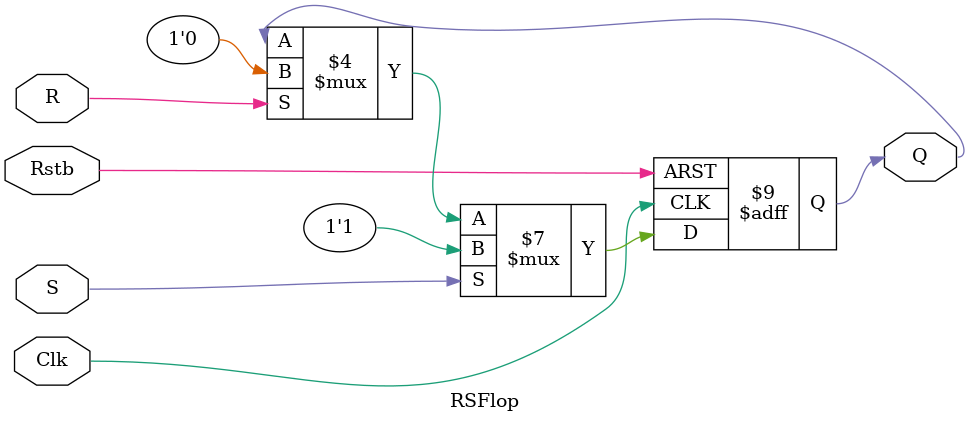
<source format=v>
`timescale 1ns / 1ps
/*********************************************************************************
* File: RSFlop.v
*
* The RS Flop is synchronous module with active low reset used to configure the 
* output Q based on 2 input signals. 

***********************************************************************************
* Reset- Set Flop: 

                 R  S  |      Q
               =====================
                 0  0  |      Q(i-1) 
                 0  1  |      1
                 1  0  |      0
                 1  1  |      1 
               ===================== 
               
***********************************************************************************
**********************************************************************************/
module RSFlop(Clk, Rstb, R, S, Q);
	input      Clk, Rstb; 
	input      R, S; 
	output reg Q;
     
/*************Sequential block******************/	
	always @(posedge Clk, negedge Rstb)
		if(Rstb == 1'b0)           Q <= 1'b0; else		
		if(S)			       		   Q <= 1'b1; else
		if(R)				  				Q <= 1'b0; else
											Q <= Q; 
											
endmodule
/*		case({R,S}) 
			2'b00: Q<= Q; 
			2'b01: Q<= 1'b1; 
			2'b10: Q<= 1'b0; 
			2'b11: Q<= 1'bx; 
		endcase*/

</source>
